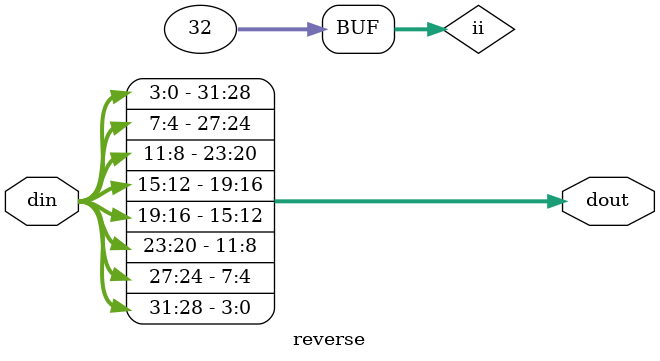
<source format=v>
module reverse #(
  parameter WIDTH=32
)(
  input      [WIDTH-1:0] din,
  output reg [WIDTH-1:0] dout
);

  integer ii;

  always @(*) begin
    for (ii=0; ii<WIDTH; ii=ii+4)
      dout[WIDTH-ii-4 +: 4] = din[ii +: 4];
  end

endmodule

</source>
